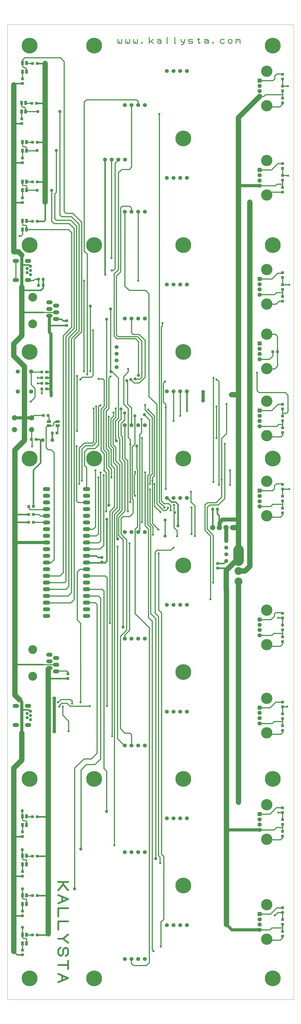
<source format=gbr>
%FSLAX33Y33*%
%MOMM*%
G04 EasyPC Gerber Version 16.0.6 Build 3249 *
%ADD22O,2.40000X1.50000*%
%ADD150O,2.80000X1.50000*%
%ADD15R,1.00000X1.10000*%
%ADD153R,1.00000X1.60000*%
%ADD16R,1.60000X1.60000*%
%ADD73C,0.12000*%
%ADD11C,0.30000*%
%ADD28C,0.40000*%
%ADD27C,0.60000*%
%ADD85C,0.70000*%
%ADD25C,0.80000*%
%ADD21C,1.20000*%
%ADD26C,1.40000*%
%ADD13C,1.50000*%
%ADD17C,1.60000*%
%ADD151C,2.00000*%
%ADD19C,3.00000*%
%ADD152C,3.35000*%
%ADD14R,1.10000X1.00000*%
%ADD154R,1.60000X1.00000*%
%ADD29C,4.00000*%
%ADD18C,4.30000*%
%ADD24C,6.00000*%
X0Y0D02*
D02*
D11*
X67050Y385163D02*
Y383850D01*
X67238Y383663*
X67613*
X67800Y383850*
Y384413*
Y383850D02*
X67988Y383663D01*
X68363*
X68550Y383850*
Y385163*
X70050D02*
Y383850D01*
X70238Y383663*
X70613*
X70800Y383850*
Y384413*
Y383850D02*
X70988Y383663D01*
X71363*
X71550Y383850*
Y385163*
X73050D02*
Y383850D01*
X73238Y383663*
X73613*
X73800Y383850*
Y384413*
Y383850D02*
X73988Y383663D01*
X74363*
X74550Y383850*
Y385163*
X76238Y383663D02*
X76425Y383850D01*
X76238Y384038*
X76050Y383850*
X76238Y383663*
X79050D02*
Y385913D01*
Y384413D02*
X79613D01*
X80550Y385163*
X79613Y384413D02*
X80550Y383663D01*
X82050Y384975D02*
X82425Y385163D01*
X82988*
X83363Y384975*
X83550Y384600*
Y384038*
X83363Y383850*
X82988Y383663*
X82613*
X82238Y383850*
X82050Y384038*
Y384225*
X82238Y384413*
X82613Y384600*
X82988*
X83363Y384413*
X83550Y384225*
Y384038D02*
Y383663D01*
X85988D02*
X85800D01*
Y385913*
X88988Y383663D02*
X88800D01*
Y385913*
X91050Y385163D02*
X91238Y384413D01*
X91613Y384038*
X91988*
X92363Y384413*
X92550Y385163*
X92363Y384413D02*
X92175Y383663D01*
X91988Y383288*
X91613Y383100*
X91238Y383288*
X94050Y383850D02*
X94425Y383663D01*
X95175*
X95550Y383850*
Y384225*
X95175Y384413*
X94425*
X94050Y384600*
Y384975*
X94425Y385163*
X95175*
X95550Y384975*
X97425Y385163D02*
X98175D01*
X97800Y385538D02*
Y383850D01*
X97988Y383663*
X98175*
X98363Y383850*
X100050Y384975D02*
X100425Y385163D01*
X100988*
X101363Y384975*
X101550Y384600*
Y384038*
X101363Y383850*
X100988Y383663*
X100613*
X100238Y383850*
X100050Y384038*
Y384225*
X100238Y384413*
X100613Y384600*
X100988*
X101363Y384413*
X101550Y384225*
Y384038D02*
Y383663D01*
X103238D02*
X103425Y383850D01*
X103238Y384038*
X103050Y383850*
X103238Y383663*
X107550Y384975D02*
X107175Y385163D01*
X106613*
X106238Y384975*
X106050Y384600*
Y384225*
X106238Y383850*
X106613Y383663*
X107175*
X107550Y383850*
X109050Y384225D02*
X109238Y383850D01*
X109613Y383663*
X109988*
X110363Y383850*
X110550Y384225*
Y384600*
X110363Y384975*
X109988Y385163*
X109613*
X109238Y384975*
X109050Y384600*
Y384225*
X112050Y383663D02*
Y385163D01*
Y384975D02*
X112238Y385163D01*
X112613*
X112800Y384975*
Y384413*
Y384975D02*
X112988Y385163D01*
X113363*
X113550Y384975*
Y383663*
D02*
D13*
X62140Y339400D03*
X64680D03*
X66600Y260490D03*
Y263030D03*
Y265570D03*
Y268110D03*
X67220Y339400D03*
X69690Y35400D03*
Y76000D03*
Y116600D03*
Y157200D03*
Y197800D03*
Y238400D03*
Y279000D03*
Y319600D03*
Y360200D03*
X69760Y339400D03*
X72230Y35400D03*
Y76000D03*
Y116600D03*
Y157200D03*
Y197800D03*
Y238400D03*
Y279000D03*
Y319600D03*
Y360200D03*
X74770Y35400D03*
Y76000D03*
Y116600D03*
Y157200D03*
Y197800D03*
Y238400D03*
Y279000D03*
Y319600D03*
Y360200D03*
X77310Y35400D03*
Y76000D03*
Y116600D03*
Y157200D03*
Y197800D03*
Y238400D03*
Y279000D03*
Y319600D03*
Y360200D03*
X85690Y48300D03*
Y88900D03*
Y129500D03*
Y170100D03*
Y210700D03*
Y251300D03*
Y291900D03*
Y332500D03*
Y373100D03*
X88230Y48300D03*
Y88900D03*
Y129500D03*
Y170100D03*
Y210700D03*
Y251300D03*
Y291900D03*
Y332500D03*
Y373100D03*
X90770Y48300D03*
Y88900D03*
Y129500D03*
Y170100D03*
Y210700D03*
Y251300D03*
Y291900D03*
Y332500D03*
Y373100D03*
X93310Y48300D03*
Y88900D03*
Y129500D03*
Y170100D03*
Y210700D03*
Y251300D03*
Y291900D03*
Y332500D03*
Y373100D03*
X105730Y199500D02*
X105750Y199520D01*
Y201375*
X106875Y202500*
X113000*
X108300Y186790D03*
Y189330D03*
Y191870D03*
Y194410D02*
Y199470D01*
X108270Y199500*
X108300Y194410D03*
X108350Y175790D03*
Y178330D03*
Y180870D03*
Y183410D03*
D02*
D14*
X33111Y201500D03*
Y204500D03*
Y207500D03*
X34111Y233000D03*
X34311Y360875D03*
X34611Y44500D03*
Y59500D03*
Y74500D03*
Y89500D03*
Y316000D03*
Y331000D03*
Y346000D03*
Y376000D03*
X34889Y201500D03*
Y204500D03*
Y207500D03*
X35889Y233000D03*
X36089Y360875D03*
X36389Y44500D03*
Y59500D03*
Y74500D03*
Y89500D03*
Y316000D03*
Y331000D03*
Y346000D03*
Y376000D03*
X36861Y291625D03*
Y294000D03*
X38161Y252250D03*
Y254375D03*
Y256500D03*
Y258625D03*
X38639Y291625D03*
Y294000D03*
X38736Y242125D03*
X39939Y252250D03*
Y254375D03*
Y256500D03*
Y258625D03*
X40514Y242125D03*
X42111Y235500D03*
X43889D03*
X103111Y206500D03*
X104889D03*
X125986Y266375D03*
X127764D03*
D02*
D15*
X30500Y353111D03*
Y354889D03*
X30750Y36986D03*
Y38764D03*
Y51861D03*
Y53639D03*
Y66861D03*
Y68639D03*
Y81986D03*
Y83764D03*
Y323111D03*
Y324889D03*
Y338236D03*
Y340014D03*
Y368361D03*
Y370139D03*
X47625Y276361D03*
Y278139D03*
X48000Y142111D03*
Y143889D03*
X61000Y186361D03*
Y188139D03*
X105000Y184111D03*
Y185889D03*
X129750Y44111D03*
Y45889D03*
Y48611D03*
Y50389D03*
Y53111D03*
Y54889D03*
Y82111D03*
Y83889D03*
Y86611D03*
Y88389D03*
Y91111D03*
Y92889D03*
Y122361D03*
Y124139D03*
Y126861D03*
Y128639D03*
Y131361D03*
Y133139D03*
Y156111D03*
Y157889D03*
Y160611D03*
Y162389D03*
Y165111D03*
Y166889D03*
Y205111D03*
Y206889D03*
Y209611D03*
Y211389D03*
Y214111D03*
Y215889D03*
Y235611D03*
Y237389D03*
Y240111D03*
Y241889D03*
Y244611D03*
Y246389D03*
Y285611D03*
Y287389D03*
Y290111D03*
Y291889D03*
Y294611D03*
Y296389D03*
Y327111D03*
Y328889D03*
Y331611D03*
Y333389D03*
Y336111D03*
Y337889D03*
Y361061D03*
Y362839D03*
Y365561D03*
Y367339D03*
Y370061D03*
Y371839D03*
D02*
D16*
X121032Y52500D03*
Y90500D03*
Y131000D03*
Y164500D03*
Y213500D03*
Y244000D03*
Y269500D03*
Y294050D03*
Y335500D03*
Y369500D03*
D02*
D17*
X28960Y251190D03*
Y258810D03*
X31500D03*
X34040Y251190D03*
Y258810D03*
X121032Y46500D03*
Y48500D03*
Y50500D03*
Y84500D03*
Y86500D03*
Y88500D03*
Y125000D03*
Y127000D03*
Y129000D03*
Y158500D03*
Y160500D03*
Y162500D03*
Y207500D03*
Y209500D03*
Y211500D03*
Y238000D03*
Y240000D03*
Y242000D03*
Y263500D03*
Y265500D03*
Y267500D03*
Y288050D03*
Y290050D03*
Y292050D03*
Y329500D03*
Y331500D03*
Y333500D03*
Y363500D03*
Y365500D03*
Y367500D03*
D02*
D18*
X123724Y42934D03*
Y56066D03*
Y80934D03*
Y94066D03*
Y121434D03*
Y134566D03*
Y154934D03*
Y168066D03*
Y203934D03*
Y217066D03*
Y234434D03*
Y247566D03*
Y259934D03*
Y273066D03*
Y284484D03*
Y297616D03*
Y325934D03*
Y339066D03*
Y359934D03*
Y373066D03*
D02*
D19*
X113000Y179010D03*
Y182970D03*
Y186930D03*
Y190890D03*
D02*
D21*
X27750Y241250D02*
X34250D01*
X29625Y134000D02*
X30500Y133125D01*
Y130250*
Y121375*
Y299375D02*
Y291000D01*
Y299375D02*
Y303125D01*
X30700Y76950D03*
Y91750D03*
X30750Y47450D03*
Y62100D03*
X32575Y127200D03*
Y128800D03*
Y296450D03*
Y298050D03*
X33775Y126400D03*
Y128000D03*
Y129600D03*
Y295650D03*
Y297250D03*
Y298850D03*
X36375Y327750D03*
Y342875D03*
X36625Y357750D03*
X39880Y193810D02*
X27885D01*
X27875Y193800*
X40625Y145720D02*
X41000Y146095D01*
Y276375D02*
Y280095D01*
X41625Y252250D02*
Y254375D01*
Y256500*
Y258625*
Y273111*
X41000Y273736*
Y276375*
X41725Y249600D02*
Y250950D01*
X41625*
Y252250*
X41725Y249600D03*
X41875Y327750D03*
X42850Y121900D02*
Y134500D01*
X43625Y342875D03*
X45000Y357750D03*
X50600Y62100D03*
X52950Y77200D03*
X56625Y283750D03*
X62750Y278750D03*
X62800Y91500D03*
X62875Y202625D03*
X63625Y208000D03*
X64250Y282625D03*
X64500Y258750D03*
X66500Y232500D03*
X67000Y195125D03*
X68250Y244625D03*
X69000Y161625D03*
X69625Y243125D03*
X70500Y255375D03*
X72000Y255750D03*
X73550Y242000D03*
X73625Y256000D03*
X74300Y230450D03*
X74875Y257375D03*
X77125Y242375D03*
X81450Y73550D03*
X85000Y196250D03*
Y202375D03*
X89950Y200200D03*
X99486Y247700D02*
Y249400D01*
X99500*
Y251125*
X108375Y48500D02*
X110400Y46475D01*
X110425Y46500*
X121032*
X110375Y250000D03*
X121032Y84500D02*
X108375D01*
X121032Y329500D02*
X113000D01*
D02*
D22*
X28225Y124350D03*
Y131650D03*
Y293600D03*
Y300900D03*
X32875Y124350D03*
Y131650D03*
Y293600D03*
Y300900D03*
X41000Y146095D03*
Y148635D03*
Y151175D03*
Y280095D03*
Y282635D03*
Y285175D03*
X43540Y144825D03*
Y147365D03*
Y149905D03*
Y278825D03*
Y281365D03*
Y283905D03*
D02*
D24*
X33500Y28000D03*
Y103900D03*
Y225700D03*
Y266300D03*
Y306900D03*
Y382800D03*
X58000Y28000D03*
Y103900D03*
Y225700D03*
Y306900D03*
Y382800D03*
X92000Y63300D03*
Y103900D03*
Y144500D03*
Y185100D03*
Y225700D03*
Y266300D03*
Y306900D03*
Y347500D03*
X126000Y28000D03*
Y103900D03*
Y225700D03*
Y306900D03*
Y382800D03*
D02*
D25*
X29625Y310375D03*
X33875Y247375D03*
X34375Y230375D03*
X36625Y254375D03*
Y256500D03*
X38125Y250500D03*
X44250Y133000D03*
X44800Y131350D03*
X46050Y131450D03*
X48300Y122050D03*
X49650Y132500D03*
X51375Y230375D03*
X51500Y236250D03*
Y257125D03*
X52375Y216125D03*
X52750Y255750D03*
X52900Y133000D03*
X53375Y217375D03*
X54125Y258875D03*
X54250Y293375D03*
X55375Y257750D03*
X56450Y131600D03*
X56625Y259000D03*
X57625Y274500D03*
X57875Y244750D03*
X58500Y221250D03*
X58750Y245500D03*
X59625Y218500D03*
X59750Y256000D03*
X60500Y220375D03*
Y246000D03*
X61625Y219375D03*
X61875Y221250D03*
X62250Y295625D03*
X62625Y205625D03*
X62900Y131650D03*
X63625Y241625D03*
X64000Y163125D03*
X64250Y257000D03*
X64625Y218500D03*
Y302000D03*
X64750Y297250D03*
X64875Y120125D03*
X65375Y243250D03*
X65750Y78625D03*
X66250Y244750D03*
X66900Y192300D03*
X70875Y205625D03*
X71000Y259875D03*
X71500Y193450D03*
X71750Y209250D03*
Y231125D03*
X73625Y211590D03*
Y220625D03*
X74750Y293375D03*
X76050Y240750D03*
X76250Y201500D03*
Y233500D03*
X77375Y246125D03*
X77450Y220450D03*
X78625Y244375D03*
X79250Y214000D03*
Y216100D03*
X80200Y217350D03*
X80375Y196750D03*
X80650Y38400D03*
X81000Y216100D03*
X82500Y198750D03*
X82550Y189700D03*
X82875Y356750D03*
X83150Y71900D03*
X83250Y205375D03*
X83450Y40100D03*
X84000Y277250D03*
X84750Y207000D03*
X85000Y255125D03*
X85250Y214125D03*
Y245125D03*
X86125Y207000D03*
X87125Y206000D03*
X88250Y191900D03*
Y240000D03*
X88450Y208150D03*
X88900Y205200D03*
X89600Y196200D03*
X89950Y202950D03*
X90750Y242000D03*
X93375Y243875D03*
X94875Y213125D03*
X95125Y197000D03*
Y207125D03*
X96375Y196250D03*
X102300Y172250D03*
X103300Y178600D03*
X103375Y216875D03*
X103500Y256375D03*
X104625Y233500D03*
Y245500D03*
Y255750D03*
X105500Y215750D03*
X106550Y217800D03*
X107700Y231300D03*
X108400Y246500D03*
X109750Y215750D03*
Y221250D03*
X120000Y258375D03*
X126800Y52000D03*
X128100Y91150D03*
Y165150D03*
X131500Y131400D03*
X131750Y367375D03*
X131875Y333375D03*
X132250Y291875D03*
X132300Y214150D03*
D02*
D26*
X27500Y317375D03*
X27875Y209500D03*
X30500Y272375D03*
X38500Y232750D03*
X39375Y323250D03*
X40625Y95000D03*
Y120400D03*
X42125Y232750D03*
X42850Y121900D03*
Y134500D03*
X99486Y247700D03*
X99500Y251125D03*
X108375Y125000D03*
X108500Y158500D03*
X113000Y95000D03*
Y207500D03*
Y221600D03*
Y227375D03*
Y238000D03*
Y261875D03*
Y275125D03*
Y286750D03*
X117250Y225125D03*
Y251650D03*
Y323250D03*
D02*
D27*
X27500Y38250D02*
X28764Y36986D01*
X30750*
X27500Y367875D02*
X27986Y368361D01*
X30750*
X30500Y353111D02*
X27514D01*
X27500Y353125*
X30750Y51861D02*
X27514D01*
X27500Y51875*
X30750Y66861D02*
X27514D01*
X27500Y66875*
X30750Y81986D02*
X27514D01*
X27500Y82000*
X30750Y323111D02*
X27514D01*
X27500Y323125*
X30750Y338236D02*
X27514D01*
X27500Y338250*
X33111Y201500D02*
X27875D01*
X33111Y204500D02*
X27875D01*
X33775Y129600D02*
X33650D01*
X33000Y130250*
X30500*
X33775Y298850D02*
X33250Y299375D01*
X30500*
X36089Y360875D02*
X39375D01*
X36389Y59500D02*
X40625D01*
X36389Y74500D02*
X40625D01*
X36389Y89500D02*
X40625D01*
X36389Y316000D02*
X39000D01*
X39375Y316375*
Y323250*
X36389Y331000D02*
X39375D01*
X36389Y346000D02*
X39375D01*
X38500Y232750D02*
X37625D01*
Y224125*
X34875Y221375*
Y207514*
X34889Y207500*
X38500Y232750D02*
X37625D01*
X37375Y233000*
X35889*
X38625Y281375D02*
X30500D01*
X38639Y291625D02*
Y290639D01*
X37750Y289750*
X30500*
X38639Y294000D02*
Y291625D01*
X38750Y147375D02*
X27875D01*
X39375Y376000D02*
X36389D01*
X39939Y252250D02*
X41625D01*
X39939Y254375D02*
X41625D01*
X39939Y256500D02*
X41625D01*
X39939Y258625D02*
X41625D01*
X40625Y45000D02*
X40125Y44500D01*
X36389*
X42111Y235500D02*
Y232764D01*
X42125Y232750*
X47625Y276361D02*
X41014D01*
X41000Y276375*
X47625Y278139D02*
X46236D01*
X45625Y278750*
X43615*
X43540Y278825*
X48000Y142111D02*
X40639D01*
X40625Y142125*
X61000Y186361D02*
Y186125D01*
X55541*
X55476Y186190*
X55120*
X61000Y188139D02*
X59486D01*
X58875Y188750*
X55140*
X55120Y188730*
X62140Y339400D02*
Y295735D01*
X62250Y295625*
X62875Y202625D02*
Y186750D01*
X62250Y186125*
X61236*
X61000Y186361*
X89950Y202950D02*
Y208325D01*
X89025Y209250*
X87390*
X85940Y210700*
X85690*
X89950Y202950D02*
Y200200D01*
X93310Y251300D02*
Y243940D01*
X93375Y243875*
X103111Y206500D02*
Y199579D01*
X103190Y199500*
X104889Y206500D02*
Y204736D01*
X105625Y204000*
Y199605*
X105730Y199500*
X105000Y184111D02*
X107649D01*
X108350Y183410*
X105000Y185889D02*
X107399D01*
X108300Y186790*
D02*
D28*
X28225Y300900D02*
Y293600D01*
X29625Y310375D02*
X30250D01*
X30750Y310875*
Y312800*
X30800Y312850*
X30450Y357725D02*
Y354939D01*
X30500Y354889*
X30450Y361020D02*
Y359800D01*
X30875Y359375*
X31500*
X31875Y359000*
Y357800*
X31950Y357725*
X30700Y76950D02*
Y74695D01*
X30750Y74645*
X30700Y91750D02*
Y89695D01*
X30750Y89645*
Y41350D02*
Y38764D01*
Y44645D02*
Y43500D01*
X31000Y43250*
X32000*
X32250Y43000*
Y41350*
X30750Y47450D02*
Y44645D01*
Y56350D02*
Y53639D01*
Y59645D02*
Y58500D01*
X31000Y58250*
X32000*
X32250Y58000*
Y56350*
X30750Y62100D02*
Y59645D01*
Y71350D02*
Y68639D01*
Y74645D02*
Y73500D01*
X31125Y73125*
X32000*
X32250Y72875*
Y71350*
X30750Y86350D02*
Y83764D01*
Y89645D02*
Y88375D01*
X31125Y88000*
X32000*
X32250Y87750*
Y86350*
X30750Y342850D02*
Y340014D01*
Y346145D02*
Y344750D01*
X31125Y344375*
X31875*
X32250Y344000*
Y342850*
X30750Y372850D02*
Y370139D01*
Y376145D02*
Y377375D01*
X31625Y378250*
X45125*
X46625Y376750*
Y319750*
X47375Y319000*
X49875*
X53250Y315625*
Y274000*
X50375Y271125*
Y172125*
X49125Y170875*
X40080*
X40005Y170950*
X39880*
X30750Y376145D02*
Y375000D01*
X31375Y374375*
X31875*
X32250Y374000*
Y372850*
X30800Y316145D02*
Y314825D01*
X31125Y314500*
X32000*
X32250Y314250*
Y312900*
X32300Y312850*
X30800Y327800D02*
Y324939D01*
X30750Y324889*
X30800Y331095D02*
Y329825D01*
X31000Y329625*
X32125*
X32375Y329375*
Y327875*
X32300Y327800*
X31950Y357725D02*
X36600D01*
X36625Y357750*
X32250Y342850D02*
X36350D01*
X36375Y342875*
X32300Y312850D02*
X48275D01*
X49500Y311625*
Y275750*
X46250Y272500*
Y182375*
X45000Y181125*
X39990*
X39975Y181110*
X39880*
X32300Y327800D02*
X36325D01*
X36375Y327750*
X33111Y207500D02*
Y207014D01*
X33750Y206375*
X39745*
X39880Y206510*
X34040Y258810D02*
Y253835D01*
X35500Y252375*
Y249000*
X33875Y247375*
X34250Y236750D02*
Y233139D01*
X34111Y233000*
X34311Y360875D02*
X32095D01*
X31950Y361020*
X34375Y230375D02*
Y232736D01*
X34111Y233000*
X34611Y44500D02*
X32395D01*
X32250Y44645*
X34611Y59500D02*
X32395D01*
X32250Y59645*
X34611Y74500D02*
X32395D01*
X32250Y74645*
X34611Y89500D02*
X32395D01*
X32250Y89645*
X34611Y316000D02*
X32445D01*
X32300Y316145*
X34611Y331000D02*
X32395D01*
X32300Y331095*
X34611Y346000D02*
X32395D01*
X32250Y346145*
X34611Y376000D02*
X32395D01*
X32250Y376145*
X34889Y201500D02*
X39810D01*
X39880Y201430*
X34889Y204500D02*
X37000D01*
X37625Y203875*
X39785*
X39880Y203970*
X36861Y291625D02*
Y294000D01*
X35500*
X35000Y293500*
X32975*
X32875Y293600*
X38161Y252250D02*
Y250536D01*
X38125Y250500*
X38161Y254375D02*
X36625D01*
X38161Y256500D02*
X36625D01*
X38161Y258625D02*
X34225D01*
X34040Y258810*
X38736Y242125D02*
X35125D01*
X34250Y241250*
X40850Y238250D02*
X40250D01*
X39750Y237750*
Y229875*
X40500Y229125*
X41625*
X42750Y228000*
Y187250*
X41625Y186125*
X40195*
X40130Y186190*
X39880*
X40850Y239750D02*
Y241789D01*
X40514Y242125*
X41875Y327750D02*
Y316000D01*
X42750Y315125*
X48500*
X50375Y313250*
Y275250*
X47250Y272125*
Y179100*
X46750Y178600*
X39935*
X39905Y178570*
X39880*
X43540Y147365D02*
X38760D01*
X38750Y147375*
X43540Y281365D02*
X38635D01*
X38625Y281375*
X43625Y342875D02*
Y327000D01*
X43000Y326375*
Y317000*
X43625Y316375*
X49125*
X51375Y314125*
Y274750*
X48375Y271750*
Y177125*
X47250Y176000*
X40035*
X40005Y176030*
X39880*
X44145Y238250D02*
Y235756D01*
X43889Y235500*
X44145Y239750D02*
X43125D01*
X42625Y239250*
Y238625*
X42250Y238250*
X40850*
X44250Y133000D02*
X44300D01*
X45450Y134150*
X49000*
X49650Y133500*
Y132500*
X45000Y357750D02*
Y318375D01*
X45625Y317750*
X49375*
X52250Y314875*
Y274250*
X49375Y271375*
Y174750*
X48125Y173500*
X39995*
X39985Y173490*
X39880*
X48000Y143889D02*
Y144650D01*
X47700Y144950*
X43665*
X43540Y144825*
X48300Y122050D02*
Y125900D01*
X46050Y128150*
Y131450*
X51500Y236250D02*
Y257125D01*
X52900Y133000D02*
Y163050D01*
X51550Y164400*
Y182600*
X52600Y183650*
X55120*
X54125Y258875D02*
Y293250D01*
X54250Y293375*
X55120Y170950D02*
X58450D01*
X59150Y170250*
Y113700*
X56950Y111500*
X54100*
X50600Y108000*
Y62100*
X55120Y173490D02*
X59610D01*
X60500Y172600*
Y111550*
X58350Y109400*
X55100*
X53000Y107300*
Y77250*
X52950Y77200*
X55120Y176030D02*
X61070D01*
X61750Y175350*
Y107900*
X62800Y106850*
Y91500*
X55120Y181110D02*
X62240D01*
X62900Y180450*
Y131650*
X55120Y209050D02*
X51950D01*
X51375Y209625*
Y230375*
X55120Y214130D02*
Y222380D01*
X54375Y223125*
Y228375*
X55500Y229500*
X58250*
X59750Y231000*
Y245625*
X60125Y246000*
X60500*
X55375Y257750D02*
Y303500D01*
X54250Y304625*
Y361375*
X55125Y362250*
X74125*
X74750Y361625*
Y360220*
X74770Y360200*
X56450Y131600D02*
X48800D01*
X47700Y132700*
X45700*
X44800Y131800*
Y131350*
X56625Y283750D02*
Y259000D01*
X57625Y274500D02*
Y257375D01*
X57000Y256750*
X53500*
X52750Y256000*
Y255750*
X57875Y244750D02*
Y232125D01*
X57375Y231625*
X54250*
X52375Y229750*
Y216125*
X58500Y221250D02*
Y199750D01*
X57625Y198875*
X55260*
X55245Y198890*
X55120*
X58750Y245500D02*
Y231875D01*
X57500Y230625*
X54625*
X53375Y229375*
Y217375*
X59625Y218500D02*
Y197125D01*
X58875Y196375*
X55345*
X55320Y196350*
X55120*
X60500Y220375D02*
Y194500D01*
X59750Y193750*
X55180*
X55120Y193810*
X61625Y219375D02*
Y192750D01*
X60250Y191375*
X55265*
X55160Y191270*
X55120*
X61875Y221250D02*
Y221125D01*
X62625Y220375*
Y205625*
X61875Y221250D02*
Y227625D01*
X60625Y228875*
Y244500*
X61875Y245750*
Y255500*
X61375Y256000*
X59750*
X63625Y208000D02*
Y221250D01*
X62750Y222125*
Y228000*
X61625Y229125*
Y244250*
X62750Y245375*
Y278750*
X63625Y241625D02*
X63500Y241500D01*
Y230250*
X64500Y229250*
Y223375*
X65750Y222125*
Y207375*
X64000Y205625*
Y163125*
X64250Y282625D02*
Y258750D01*
X64500*
X64625Y218500D02*
Y221750D01*
X63625Y222750*
Y228625*
X62625Y229625*
Y243750*
X63625Y244750*
Y256375*
X64250Y257000*
X64625Y302000D02*
Y338845D01*
X64680Y338900*
Y339400*
X64750Y297250D02*
X65250D01*
X66000Y298000*
Y338055*
X67220Y339275*
Y339400*
X65375Y243250D02*
Y241875D01*
X64375Y240875*
Y230625*
X65375Y229625*
Y224250*
X66750Y222875*
Y207000*
X64875Y205125*
Y120125*
X66250Y244750D02*
Y241500D01*
X65250Y240500*
Y231000*
X66250Y230000*
Y224875*
X67750Y223375*
Y206500*
X65750Y204500*
Y78625*
X66500Y232500D02*
X66125Y232875D01*
Y240000*
X67250Y241125*
Y256375*
X64875Y258750*
X64500*
X66900Y192300D02*
Y119240D01*
X69540Y116600*
X69690*
X68250Y244625D02*
Y240750D01*
X67250Y239750*
Y233875*
X67750Y233375*
Y225000*
X68625Y224125*
Y206000*
X66625Y204000*
Y195500*
X67000Y195125*
X69625Y243125D02*
Y240375D01*
X68250Y239000*
Y234500*
X68750Y234000*
Y225625*
X69750Y224625*
Y205750*
X67375Y203375*
Y196500*
X69000Y194875*
Y161625*
X69690Y238400D02*
Y226010D01*
X70800Y224900*
Y205700*
X70875Y205625*
X69690Y319600D02*
Y319350D01*
X69750Y319290*
Y291375*
X71375Y289750*
X77625*
X78875Y288500*
Y249375*
X81875Y246375*
Y208500*
X84375Y206000*
X85375*
X86125Y206750*
Y207000*
X71500Y193450D02*
Y160450D01*
X69700Y158650*
Y157210*
X69690Y157200*
X71750Y209250D02*
Y231125D01*
Y233000*
X71000Y233750*
Y244750*
X69250Y246500*
Y257000*
X71000Y258750*
Y259875*
X72000Y255750D02*
X73250Y254500D01*
X75125*
X77375Y256750*
Y270750*
X75125Y273000*
X72875*
X72250Y273625*
Y278895*
X72230Y278915*
Y279000*
Y238400D02*
Y245020D01*
X70750Y246500*
Y255125*
X70500Y255375*
X72230Y319600D02*
X72250Y319620D01*
Y321000*
X71500Y321750*
X68750*
X68125Y321125*
Y296750*
X66500Y295125*
Y272750*
X67125Y272125*
X74525*
X76150Y270500*
Y256750*
X75350Y255950*
X73675*
X73625Y256000*
X73550Y242000D02*
Y231250D01*
X72500Y230200*
Y210500*
X72875Y210125*
Y205000*
X71625Y203750*
X69000*
X68250Y203000*
Y197000*
X70400Y194850*
Y160500*
X69650Y159750*
Y159725*
X68050Y158125*
Y123075*
X69750Y121375*
X71625*
X72250Y120750*
Y116620*
X72230Y116600*
X73625Y220625D02*
Y219825D01*
X73300Y219500*
Y212150*
X73625Y211590*
X74300Y230450D02*
Y221900D01*
X74550Y221650*
Y199850*
X73600Y198900*
Y166750*
X74850Y165500*
X74900*
X79000Y161400*
Y34050*
X77900Y32950*
X73050*
X72200Y33800*
Y35370*
X72230Y35400*
X74750Y293375D02*
Y319455D01*
X74770Y319475*
Y319600*
Y197800D02*
Y197820D01*
X75400Y198450*
Y234970*
X76050Y235620*
Y240750*
X74875Y257375D02*
Y270250D01*
X73750Y271375*
X66625*
X65625Y272375*
Y296000*
X67250Y297625*
Y334500*
X68500Y335750*
X71375*
X72250Y336625*
Y360055*
X72230Y360075*
Y360200*
X76250Y201500D02*
Y233500D01*
X77125Y242375D02*
X79125Y240375D01*
Y219850*
X78450Y219175*
Y200650*
X79500Y199600*
Y166800*
X81450Y164850*
Y73550*
X77375Y246125D02*
Y244250D01*
X80125Y241500*
Y240625*
X77450Y220450D02*
Y200250D01*
X78700Y199000*
Y165300*
X80100Y163900*
Y38950*
X80650Y38400*
X79250Y214000D02*
Y200950D01*
X80375Y199825*
Y196750*
X79250Y216100D02*
Y219000D01*
X80125Y219875*
Y240625*
X80200Y217350D02*
Y218450D01*
X80875Y219125*
Y242000*
X80375Y242500*
X79625Y243375*
X78625Y244375*
X82500Y198750D02*
X80200Y201050D01*
Y217350*
X82550Y189700D02*
Y168150D01*
X83650Y167050*
Y75250*
X84500Y74400*
Y50550*
X83450Y49500*
Y40100*
X83250Y205375D02*
X81000Y207625D01*
Y216100*
X84750Y207000D02*
Y207250D01*
X82875Y209125*
Y356750*
X85000Y196250D02*
Y202375D01*
Y255125D02*
Y255000D01*
X84375Y254375*
Y247250*
X85250Y246375*
Y245125*
Y214125D02*
Y245125D01*
X87125Y206000D02*
Y207875D01*
X86375Y208625*
X84625*
X83625Y209625*
Y275875*
X84000Y276250*
Y277250*
X88230Y251300D02*
Y240020D01*
X88250Y240000*
Y191900D02*
X87250Y190900D01*
X81900*
X81200Y190200*
Y167000*
X82500Y165700*
Y74800*
X83100Y74200*
Y71950*
X83150Y71900*
X88450Y205200D02*
Y199450D01*
X89600Y198300*
Y196200*
X88450Y208150D02*
Y205200D01*
X88900D02*
X88450D01*
X90770Y251300D02*
Y242020D01*
X90750Y242000*
X94875Y213125D02*
Y209250D01*
X96375Y207750*
Y196250*
X95125Y207125D02*
Y197000D01*
X102300Y172250D02*
Y196300D01*
X100150Y198450*
Y208100*
X101000Y208950*
X104450*
X106550Y211050*
X103375Y216875D02*
Y256125D01*
X103500Y256250*
Y256375*
X104625Y233500D02*
Y245500D01*
X105500Y215750D02*
Y255000D01*
X104750Y255750*
X104625*
X106550Y211050D02*
Y217800D01*
Y233450D02*
Y217800D01*
X107700Y231300D02*
Y210600D01*
X105250Y208150*
X101950*
X101000Y207200*
Y198950*
X103350Y196600*
Y178650*
X103300Y178600*
X108400Y246500D02*
Y235300D01*
X106550Y233450*
X109750Y215750D02*
Y221250D01*
X120000Y258375D02*
Y251625D01*
X120750Y250875*
X130750*
X131750Y249875*
Y243500*
X131250Y243000*
X129750*
X121032Y46500D02*
X124875D01*
X125625Y47250*
X129625*
X129750Y47375*
X121032Y52500D02*
X125125D01*
X127500Y54875*
X129736*
X129750Y54889*
X121032Y84500D02*
X126550D01*
X127450Y85400*
X129700*
X129750Y85450*
X121032Y90500D02*
X124875D01*
X127375Y93000*
X129611*
X129722Y92889*
X129750*
X121032Y125000D02*
X125750D01*
X126500Y125750*
X129750*
X121032Y131000D02*
X125000D01*
X127125Y133125*
X129486*
X129500Y133139*
X129750*
X121032Y158500D02*
X125625D01*
X126375Y159250*
X129625*
X129750Y159375*
X121032Y164500D02*
X125375D01*
X126625Y165750*
Y166625*
X127125Y167125*
X129514*
X129750Y166889*
X121032Y207500D02*
X125125D01*
X126000Y208375*
X129750*
X121032Y213500D02*
X125875D01*
X126625Y214250*
Y215375*
X127375Y216125*
X129514*
X129750Y215889*
X121032Y238000D02*
X127500D01*
X128250Y238750*
X129750*
X121032Y244000D02*
X125625D01*
X128000Y246375*
X129736*
X129750Y246389*
X121032Y263500D02*
X124750D01*
X126000Y264750*
Y266361*
X125986Y266375*
X121032Y294050D02*
X125675D01*
X127875Y296250*
X129611*
X129750Y296389*
X121032Y329500D02*
X127000D01*
X127625Y330125*
X129750*
X121032Y335500D02*
X125500D01*
X128000Y338000*
X129639*
X129750Y337889*
X121032Y363500D02*
X122500D01*
X123189Y364189*
X129750*
X121032Y369500D02*
X126000D01*
X126750Y370250*
Y371250*
X127500Y372000*
X129589*
X129750Y371839*
X123724Y273066D02*
X126934D01*
X127750Y272250*
Y260875*
X126750Y259875*
X123784*
X123724Y259934*
Y284484D02*
X127234D01*
X128375Y285625*
X129736*
X129750Y285611*
X126675Y288125D02*
X121107D01*
X121032Y288050*
X126675Y288125D02*
X127425Y288875D01*
X129750*
X126800Y52000D02*
X127900Y53100D01*
X129739*
X129750Y53111*
X128100Y91150D02*
X129711D01*
X129750Y91111*
X128100Y165150D02*
X129711D01*
X129750Y165111*
Y44111D02*
Y43500D01*
X128875Y42625*
X124034*
X123724Y42934*
X129750Y47375D02*
Y45889D01*
Y48611D02*
Y47375D01*
Y53111D02*
Y50389D01*
Y82111D02*
Y81500D01*
X129000Y80750*
X123909*
X123724Y80934*
X129750Y85450D02*
Y83889D01*
Y86611D02*
Y85450D01*
Y91111D02*
Y88389D01*
Y122361D02*
Y121500D01*
X129125Y120875*
X124284*
X123724Y121434*
X129750Y125750D02*
Y124139D01*
Y126861D02*
Y125750D01*
Y131361D02*
X131461D01*
X131500Y131400*
X129750Y131361D02*
Y128639D01*
Y156111D02*
Y155250D01*
X128875Y154375*
X124284*
X123724Y154934*
X129750Y159375D02*
Y157889D01*
Y160611D02*
Y159375D01*
Y165111D02*
Y162389D01*
Y205111D02*
Y204250D01*
X129000Y203500*
X124159*
X123724Y203934*
X129750Y208375D02*
Y206889D01*
Y209611D02*
Y208375D01*
Y214111D02*
X132261D01*
X132300Y214150*
X129750Y214111D02*
Y211389D01*
Y235611D02*
Y234625D01*
X129125Y234000*
X124159*
X123724Y234434*
X129750Y238750D02*
Y237389D01*
Y240111D02*
Y238750D01*
Y243000D02*
Y241889D01*
Y244611D02*
Y243000D01*
Y288875D02*
Y287389D01*
Y290111D02*
Y288875D01*
Y291889D02*
X132236D01*
X132250Y291875*
X129750Y294611D02*
Y291889D01*
Y327111D02*
X124901D01*
X123724Y325934*
X129750Y330125D02*
Y328889D01*
Y331611D02*
Y330125D01*
Y333389D02*
X131861D01*
X131875Y333375*
X129750Y336111D02*
Y333389D01*
Y361061D02*
Y360500D01*
X128750Y359500*
X124159*
X123724Y359934*
X129750Y364189D02*
Y362839D01*
Y365561D02*
Y364189D01*
Y367339D02*
X131714D01*
X131750Y367375*
X129750Y370061D02*
Y367339D01*
D02*
D29*
X113000Y190890D02*
Y186930D01*
D02*
D73*
X25000Y20008D02*
X134000D01*
Y390808*
X25000*
Y20008*
D02*
D85*
X44388Y64700D02*
X48138D01*
X46263D02*
Y63763D01*
X48138Y61575*
X46263Y63763D02*
X44388Y61575D01*
Y59700D02*
X48138Y58138D01*
X44388Y56575*
X45950Y59075D02*
Y57200D01*
X48138Y54700D02*
X44388D01*
Y51575*
X48138Y49700D02*
X44388D01*
Y46575*
Y43138D02*
X46263D01*
X48138Y44700*
X46263Y43138D02*
X48138Y41575D01*
X45325Y39700D02*
X44700Y39388D01*
X44388Y38763*
Y37513*
X44700Y36888*
X45325Y36575*
X45950Y36888*
X46263Y37513*
Y38763*
X46575Y39388*
X47200Y39700*
X47825Y39388*
X48138Y38763*
Y37513*
X47825Y36888*
X47200Y36575*
X44388Y33138D02*
X48138D01*
Y34700D02*
Y31575D01*
X44388Y29700D02*
X48138Y28138D01*
X44388Y26575*
X45950Y29075D02*
Y27200D01*
D02*
D150*
X39880Y165870D03*
Y168410D03*
Y170950D03*
Y173490D03*
Y176030D03*
Y178570D03*
Y181110D03*
Y183650D03*
Y186190D03*
Y188730D03*
Y191270D03*
Y193810D03*
Y196350D03*
Y198890D03*
Y201430D03*
Y203970D03*
Y206510D03*
Y209050D03*
Y211590D03*
Y214130D03*
X55120Y165870D03*
Y168410D03*
Y170950D03*
Y173490D03*
Y176030D03*
Y178570D03*
Y181110D03*
Y183650D03*
Y186190D03*
Y188730D03*
Y191270D03*
Y193810D03*
Y196350D03*
Y198890D03*
Y201430D03*
Y203970D03*
Y206510D03*
Y209050D03*
Y211590D03*
Y214130D03*
D02*
D151*
X27500Y51875D02*
Y38250D01*
Y66875D02*
Y51875D01*
Y68000D02*
Y66875D01*
Y82000D02*
Y68000D01*
Y83125D02*
Y82000D01*
Y317375D02*
Y323125D01*
Y338250*
Y353125D02*
Y367875D01*
Y353125D02*
Y338250D01*
X27750Y236750D03*
Y241250D03*
X27875Y147375D02*
Y193800D01*
Y147375D02*
Y135750D01*
X29625Y134000*
X27875Y193800D02*
Y201500D01*
Y204500D02*
Y201500D01*
Y209500D02*
Y204500D01*
X30500Y121375D02*
Y111000D01*
X27500Y108000*
Y83125*
X30500Y272375D02*
X27500Y269375D01*
Y264750*
X31500Y260750*
Y232625*
X27875Y229000*
Y209500*
X30500Y281375D02*
Y272375D01*
Y289750D02*
Y281375D01*
Y291000D02*
Y289750D01*
Y303125D02*
X29250Y304375D01*
X27500*
Y317375*
X34250Y236750D03*
Y241250D03*
X39375Y323250D02*
Y331000D01*
Y346000*
Y360875*
Y376000*
X40625Y59500D02*
Y45000D01*
Y74500D02*
Y59500D01*
Y89500D02*
Y74500D01*
Y95000D02*
Y89500D01*
Y120400D02*
Y95000D01*
Y142125D02*
Y120400D01*
Y142125D02*
Y145720D01*
X103190Y199500D03*
X105730D03*
X108270D03*
X108350Y175790D02*
Y175750D01*
X108375*
Y125000*
X108350Y175790D02*
Y183410D01*
Y183250*
X108375*
X111895Y186770*
X113000*
Y186930*
X108375Y84500D02*
Y48500D01*
Y125000D02*
Y84500D01*
X110375Y250000D02*
X113000D01*
X110810Y199500D02*
X113000D01*
X110810D03*
X112968Y288125D02*
Y308875D01*
X113000*
Y329500*
Y179010D02*
Y95000D01*
Y182970D02*
X115470D01*
X117250Y184750*
Y225125*
X113000Y190890D02*
Y198125D01*
Y199500*
Y202500*
Y207500*
Y221600*
Y227375*
Y238000*
Y250000D02*
Y238000D01*
Y261875D02*
Y250000D01*
Y275125D02*
Y275875D01*
X112968*
Y288125*
X113000Y275125D02*
Y261875D01*
Y329500D02*
Y355468D01*
X121032Y363500*
X117250Y251650D02*
Y225125D01*
Y323250D02*
Y251650D01*
D02*
D152*
X34650Y142920D03*
Y153080D03*
Y276920D03*
Y287080D03*
D02*
D153*
X30450Y357725D03*
Y361020D03*
X30750Y41350D03*
Y44645D03*
Y56350D03*
Y59645D03*
Y71350D03*
Y74645D03*
Y86350D03*
Y89645D03*
Y342850D03*
Y346145D03*
Y372850D03*
Y376145D03*
X30800Y312850D03*
Y316145D03*
Y327800D03*
Y331095D03*
X31950Y357725D03*
Y361020D03*
X32250Y41350D03*
Y44645D03*
Y56350D03*
Y59645D03*
Y71350D03*
Y74645D03*
Y86350D03*
Y89645D03*
Y342850D03*
Y346145D03*
Y372850D03*
Y376145D03*
X32300Y312850D03*
Y316145D03*
Y327800D03*
Y331095D03*
D02*
D154*
X40850Y238250D03*
Y239750D03*
X44145Y238250D03*
Y239750D03*
X0Y0D02*
M02*

</source>
